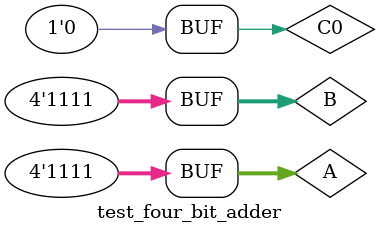
<source format=v>
`timescale 1ns / 1ps


module test_four_bit_adder(

    );
    
    reg [3:0] A;
    reg [3:0] B;
    reg C0;
    
    wire [3:0] S;
    wire C4;
    
    alt_four_bit test_alt (A, B, C0, S, C4);
    
    initial 
    begin
        A = 4'b0011; B = 4'b0011; C0 = 1'b0; #100;
        A = 4'b1011; B = 4'b0111; C0 = 1'b0; #100;
        A = 4'b1111; B = 4'b1111; C0 = 1'b0; #100;
    end
endmodule

</source>
